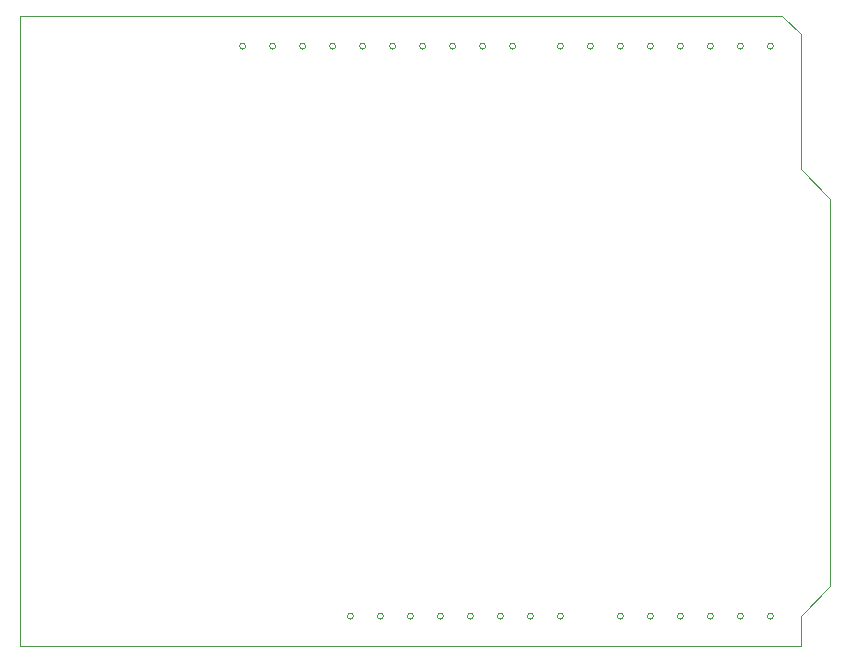
<source format=gko>
G04*
G04 #@! TF.GenerationSoftware,Altium Limited,Altium Designer,18.0.11 (651)*
G04*
G04 Layer_Color=16711935*
%FSLAX44Y44*%
%MOMM*%
G71*
G01*
G75*
%ADD61C,0.0127*%
D61*
X190800Y508000D02*
G03*
X190800Y508000I-2540J0D01*
G01*
X216200D02*
G03*
X216200Y508000I-2540J0D01*
G01*
X241600D02*
G03*
X241600Y508000I-2540J0D01*
G01*
X267000D02*
G03*
X267000Y508000I-2540J0D01*
G01*
X292400D02*
G03*
X292400Y508000I-2540J0D01*
G01*
X317800D02*
G03*
X317800Y508000I-2540J0D01*
G01*
X343200D02*
G03*
X343200Y508000I-2540J0D01*
G01*
X368600D02*
G03*
X368600Y508000I-2540J0D01*
G01*
X394000D02*
G03*
X394000Y508000I-2540J0D01*
G01*
X419400D02*
G03*
X419400Y508000I-2540J0D01*
G01*
X459740D02*
G03*
X459740Y508000I-2540J0D01*
G01*
X485140D02*
G03*
X485140Y508000I-2540J0D01*
G01*
X510540D02*
G03*
X510540Y508000I-2540J0D01*
G01*
X535940D02*
G03*
X535940Y508000I-2540J0D01*
G01*
X561340D02*
G03*
X561340Y508000I-2540J0D01*
G01*
X586740D02*
G03*
X586740Y508000I-2540J0D01*
G01*
X612140D02*
G03*
X612140Y508000I-2540J0D01*
G01*
X637540D02*
G03*
X637540Y508000I-2540J0D01*
G01*
X281940Y25400D02*
G03*
X281940Y25400I-2540J0D01*
G01*
X307340D02*
G03*
X307340Y25400I-2540J0D01*
G01*
X332740D02*
G03*
X332740Y25400I-2540J0D01*
G01*
X358140D02*
G03*
X358140Y25400I-2540J0D01*
G01*
X383540D02*
G03*
X383540Y25400I-2540J0D01*
G01*
X408940D02*
G03*
X408940Y25400I-2540J0D01*
G01*
X434340D02*
G03*
X434340Y25400I-2540J0D01*
G01*
X459740D02*
G03*
X459740Y25400I-2540J0D01*
G01*
X510540D02*
G03*
X510540Y25400I-2540J0D01*
G01*
X535940D02*
G03*
X535940Y25400I-2540J0D01*
G01*
X561340D02*
G03*
X561340Y25400I-2540J0D01*
G01*
X586740D02*
G03*
X586740Y25400I-2540J0D01*
G01*
X612140D02*
G03*
X612140Y25400I-2540J0D01*
G01*
X637540D02*
G03*
X637540Y25400I-2540J0D01*
G01*
X645052Y533785D02*
X660700Y518137D01*
X0Y533785D02*
X645052D01*
X0Y0D02*
Y533785D01*
X660700Y25400D02*
X685500Y50800D01*
X660700Y403860D02*
X685500Y378460D01*
X660700Y0D02*
Y25400D01*
Y403860D02*
Y518137D01*
X0Y0D02*
X660700D01*
X685500Y50800D02*
Y378460D01*
M02*

</source>
